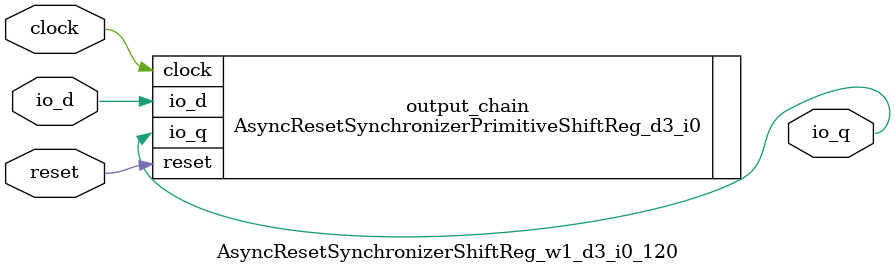
<source format=sv>
`ifndef RANDOMIZE
  `ifdef RANDOMIZE_MEM_INIT
    `define RANDOMIZE
  `endif // RANDOMIZE_MEM_INIT
`endif // not def RANDOMIZE
`ifndef RANDOMIZE
  `ifdef RANDOMIZE_REG_INIT
    `define RANDOMIZE
  `endif // RANDOMIZE_REG_INIT
`endif // not def RANDOMIZE

`ifndef RANDOM
  `define RANDOM $random
`endif // not def RANDOM

// Users can define INIT_RANDOM as general code that gets injected into the
// initializer block for modules with registers.
`ifndef INIT_RANDOM
  `define INIT_RANDOM
`endif // not def INIT_RANDOM

// If using random initialization, you can also define RANDOMIZE_DELAY to
// customize the delay used, otherwise 0.002 is used.
`ifndef RANDOMIZE_DELAY
  `define RANDOMIZE_DELAY 0.002
`endif // not def RANDOMIZE_DELAY

// Define INIT_RANDOM_PROLOG_ for use in our modules below.
`ifndef INIT_RANDOM_PROLOG_
  `ifdef RANDOMIZE
    `ifdef VERILATOR
      `define INIT_RANDOM_PROLOG_ `INIT_RANDOM
    `else  // VERILATOR
      `define INIT_RANDOM_PROLOG_ `INIT_RANDOM #`RANDOMIZE_DELAY begin end
    `endif // VERILATOR
  `else  // RANDOMIZE
    `define INIT_RANDOM_PROLOG_
  `endif // RANDOMIZE
`endif // not def INIT_RANDOM_PROLOG_

// Include register initializers in init blocks unless synthesis is set
`ifndef SYNTHESIS
  `ifndef ENABLE_INITIAL_REG_
    `define ENABLE_INITIAL_REG_
  `endif // not def ENABLE_INITIAL_REG_
`endif // not def SYNTHESIS

// Include rmemory initializers in init blocks unless synthesis is set
`ifndef SYNTHESIS
  `ifndef ENABLE_INITIAL_MEM_
    `define ENABLE_INITIAL_MEM_
  `endif // not def ENABLE_INITIAL_MEM_
`endif // not def SYNTHESIS

// Standard header to adapt well known macros for prints and assertions.

// Users can define 'PRINTF_COND' to add an extra gate to prints.
`ifndef PRINTF_COND_
  `ifdef PRINTF_COND
    `define PRINTF_COND_ (`PRINTF_COND)
  `else  // PRINTF_COND
    `define PRINTF_COND_ 1
  `endif // PRINTF_COND
`endif // not def PRINTF_COND_

// Users can define 'ASSERT_VERBOSE_COND' to add an extra gate to assert error printing.
`ifndef ASSERT_VERBOSE_COND_
  `ifdef ASSERT_VERBOSE_COND
    `define ASSERT_VERBOSE_COND_ (`ASSERT_VERBOSE_COND)
  `else  // ASSERT_VERBOSE_COND
    `define ASSERT_VERBOSE_COND_ 1
  `endif // ASSERT_VERBOSE_COND
`endif // not def ASSERT_VERBOSE_COND_

// Users can define 'STOP_COND' to add an extra gate to stop conditions.
`ifndef STOP_COND_
  `ifdef STOP_COND
    `define STOP_COND_ (`STOP_COND)
  `else  // STOP_COND
    `define STOP_COND_ 1
  `endif // STOP_COND
`endif // not def STOP_COND_

module AsyncResetSynchronizerShiftReg_w1_d3_i0_120(
  input  clock,
         reset,
         io_d,	// @[generators/rocket-chip/src/main/scala/util/ShiftReg.scala:36:14]
  output io_q	// @[generators/rocket-chip/src/main/scala/util/ShiftReg.scala:36:14]
);

  AsyncResetSynchronizerPrimitiveShiftReg_d3_i0 output_chain (	// @[generators/rocket-chip/src/main/scala/util/ShiftReg.scala:45:23]
    .clock (clock),
    .reset (reset),
    .io_d  (io_d),
    .io_q  (io_q)
  );
endmodule


</source>
